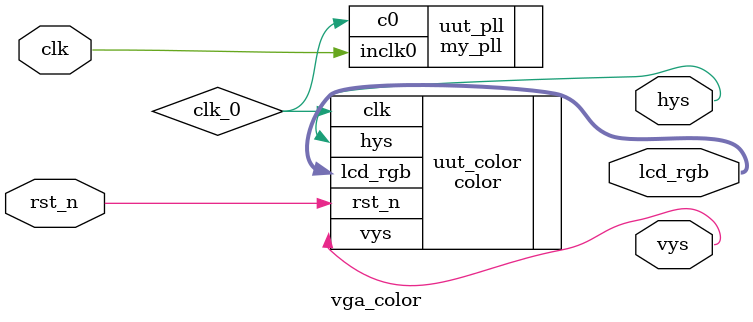
<source format=v>
/*
	VGA说明：
	分辨率：640×480 /60Hz
	基准时钟：25MHz，由：（1/60） /（800×525）约=39.6825ns; 1s/39.6825ns 越=25MHz.
	
		同步脉冲		显示后沿		显示区域		显示前沿		帧长		单位
	行	96				48				640				16				800			基准时钟
	列	2				33				480				10				525			行
	目标：
		显示红色整屏

*/
module vga_color(
					clk								,
					rst_n							,
	//其他信号
					hys								,
					vys								,
					lcd_rgb
);

//信号定义----------信号名-------------------------//
input				clk								;
input				rst_n							;

//信号类型----------信号名-------------------------//
output								hys				;
output								vys				;
output	[15:0]						lcd_rgb			;

wire								clk_0			;
wire								hys				;
wire								vys				;
wire	[15:0]						lcd_rgb			;


//例化PLL模块，为VGA驱动模块提供25M时钟
my_pll uut_pll(
	.inclk0	(	clk		)		,
	.c0		(	clk_0	)		
);

//例化VGA驱动模块
color uut_color(
					.clk	(	clk_0		)		,
					.rst_n	(	rst_n		)		,
					.hys	(	hys			)		,
					.vys	(	vys			)		,
					.lcd_rgb(	lcd_rgb		)       
);

endmodule

</source>
